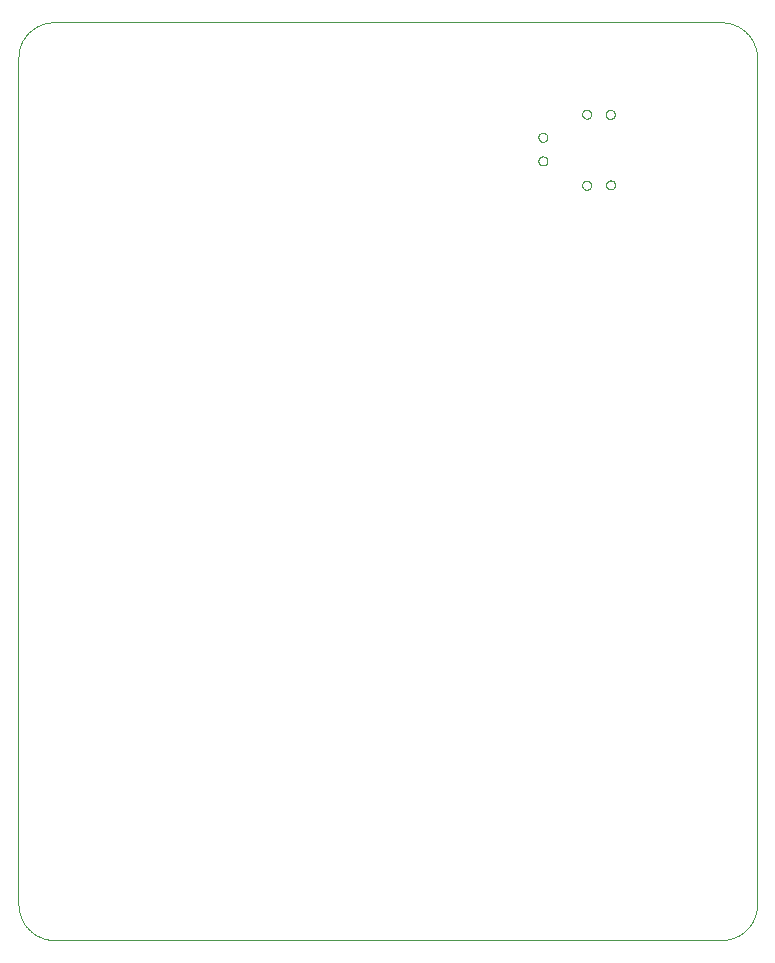
<source format=gbo>
G75*
%MOIN*%
%OFA0B0*%
%FSLAX25Y25*%
%IPPOS*%
%LPD*%
%AMOC8*
5,1,8,0,0,1.08239X$1,22.5*
%
%ADD10C,0.00000*%
D10*
X0082495Y0063233D02*
X0082495Y0345433D01*
X0082498Y0345716D01*
X0082509Y0345998D01*
X0082526Y0346280D01*
X0082550Y0346562D01*
X0082580Y0346843D01*
X0082618Y0347124D01*
X0082662Y0347403D01*
X0082713Y0347681D01*
X0082771Y0347958D01*
X0082835Y0348233D01*
X0082906Y0348507D01*
X0082984Y0348779D01*
X0083068Y0349048D01*
X0083158Y0349316D01*
X0083255Y0349582D01*
X0083359Y0349845D01*
X0083469Y0350106D01*
X0083585Y0350363D01*
X0083707Y0350618D01*
X0083835Y0350870D01*
X0083970Y0351119D01*
X0084110Y0351364D01*
X0084256Y0351606D01*
X0084408Y0351845D01*
X0084566Y0352079D01*
X0084730Y0352310D01*
X0084898Y0352537D01*
X0085073Y0352759D01*
X0085253Y0352978D01*
X0085437Y0353192D01*
X0085627Y0353401D01*
X0085822Y0353606D01*
X0086022Y0353806D01*
X0086227Y0354001D01*
X0086436Y0354191D01*
X0086650Y0354375D01*
X0086869Y0354555D01*
X0087091Y0354730D01*
X0087318Y0354898D01*
X0087549Y0355062D01*
X0087783Y0355220D01*
X0088022Y0355372D01*
X0088264Y0355518D01*
X0088509Y0355658D01*
X0088758Y0355793D01*
X0089010Y0355921D01*
X0089265Y0356043D01*
X0089522Y0356159D01*
X0089783Y0356269D01*
X0090046Y0356373D01*
X0090312Y0356470D01*
X0090580Y0356560D01*
X0090849Y0356644D01*
X0091121Y0356722D01*
X0091395Y0356793D01*
X0091670Y0356857D01*
X0091947Y0356915D01*
X0092225Y0356966D01*
X0092504Y0357010D01*
X0092785Y0357048D01*
X0093066Y0357078D01*
X0093348Y0357102D01*
X0093630Y0357119D01*
X0093912Y0357130D01*
X0094195Y0357133D01*
X0316695Y0357133D01*
X0316985Y0357129D01*
X0317275Y0357119D01*
X0317564Y0357101D01*
X0317853Y0357077D01*
X0318141Y0357046D01*
X0318429Y0357007D01*
X0318715Y0356962D01*
X0319001Y0356909D01*
X0319284Y0356850D01*
X0319567Y0356784D01*
X0319847Y0356712D01*
X0320126Y0356632D01*
X0320403Y0356546D01*
X0320678Y0356453D01*
X0320950Y0356353D01*
X0321220Y0356247D01*
X0321487Y0356135D01*
X0321752Y0356015D01*
X0322013Y0355890D01*
X0322272Y0355758D01*
X0322527Y0355621D01*
X0322779Y0355477D01*
X0323027Y0355327D01*
X0323271Y0355171D01*
X0323512Y0355009D01*
X0323748Y0354841D01*
X0323981Y0354668D01*
X0324209Y0354489D01*
X0324433Y0354305D01*
X0324652Y0354115D01*
X0324867Y0353920D01*
X0325077Y0353720D01*
X0325282Y0353515D01*
X0325482Y0353305D01*
X0325677Y0353090D01*
X0325867Y0352871D01*
X0326051Y0352647D01*
X0326230Y0352419D01*
X0326403Y0352186D01*
X0326571Y0351950D01*
X0326733Y0351709D01*
X0326889Y0351465D01*
X0327039Y0351217D01*
X0327183Y0350965D01*
X0327320Y0350710D01*
X0327452Y0350451D01*
X0327577Y0350190D01*
X0327697Y0349925D01*
X0327809Y0349658D01*
X0327915Y0349388D01*
X0328015Y0349116D01*
X0328108Y0348841D01*
X0328194Y0348564D01*
X0328274Y0348285D01*
X0328346Y0348005D01*
X0328412Y0347722D01*
X0328471Y0347439D01*
X0328524Y0347153D01*
X0328569Y0346867D01*
X0328608Y0346579D01*
X0328639Y0346291D01*
X0328663Y0346002D01*
X0328681Y0345713D01*
X0328691Y0345423D01*
X0328695Y0345133D01*
X0328695Y0063233D01*
X0328691Y0062943D01*
X0328681Y0062653D01*
X0328663Y0062364D01*
X0328639Y0062075D01*
X0328608Y0061787D01*
X0328569Y0061499D01*
X0328524Y0061213D01*
X0328471Y0060927D01*
X0328412Y0060644D01*
X0328346Y0060361D01*
X0328274Y0060081D01*
X0328194Y0059802D01*
X0328108Y0059525D01*
X0328015Y0059250D01*
X0327915Y0058978D01*
X0327809Y0058708D01*
X0327697Y0058441D01*
X0327577Y0058176D01*
X0327452Y0057915D01*
X0327320Y0057656D01*
X0327183Y0057401D01*
X0327039Y0057149D01*
X0326889Y0056901D01*
X0326733Y0056657D01*
X0326571Y0056416D01*
X0326403Y0056180D01*
X0326230Y0055947D01*
X0326051Y0055719D01*
X0325867Y0055495D01*
X0325677Y0055276D01*
X0325482Y0055061D01*
X0325282Y0054851D01*
X0325077Y0054646D01*
X0324867Y0054446D01*
X0324652Y0054251D01*
X0324433Y0054061D01*
X0324209Y0053877D01*
X0323981Y0053698D01*
X0323748Y0053525D01*
X0323512Y0053357D01*
X0323271Y0053195D01*
X0323027Y0053039D01*
X0322779Y0052889D01*
X0322527Y0052745D01*
X0322272Y0052608D01*
X0322013Y0052476D01*
X0321752Y0052351D01*
X0321487Y0052231D01*
X0321220Y0052119D01*
X0320950Y0052013D01*
X0320678Y0051913D01*
X0320403Y0051820D01*
X0320126Y0051734D01*
X0319847Y0051654D01*
X0319567Y0051582D01*
X0319284Y0051516D01*
X0319001Y0051457D01*
X0318715Y0051404D01*
X0318429Y0051359D01*
X0318141Y0051320D01*
X0317853Y0051289D01*
X0317564Y0051265D01*
X0317275Y0051247D01*
X0316985Y0051237D01*
X0316695Y0051233D01*
X0094495Y0051233D01*
X0094205Y0051237D01*
X0093915Y0051247D01*
X0093626Y0051265D01*
X0093337Y0051289D01*
X0093049Y0051320D01*
X0092761Y0051359D01*
X0092475Y0051404D01*
X0092189Y0051457D01*
X0091906Y0051516D01*
X0091623Y0051582D01*
X0091343Y0051654D01*
X0091064Y0051734D01*
X0090787Y0051820D01*
X0090512Y0051913D01*
X0090240Y0052013D01*
X0089970Y0052119D01*
X0089703Y0052231D01*
X0089438Y0052351D01*
X0089177Y0052476D01*
X0088918Y0052608D01*
X0088663Y0052745D01*
X0088411Y0052889D01*
X0088163Y0053039D01*
X0087919Y0053195D01*
X0087678Y0053357D01*
X0087442Y0053525D01*
X0087209Y0053698D01*
X0086981Y0053877D01*
X0086757Y0054061D01*
X0086538Y0054251D01*
X0086323Y0054446D01*
X0086113Y0054646D01*
X0085908Y0054851D01*
X0085708Y0055061D01*
X0085513Y0055276D01*
X0085323Y0055495D01*
X0085139Y0055719D01*
X0084960Y0055947D01*
X0084787Y0056180D01*
X0084619Y0056416D01*
X0084457Y0056657D01*
X0084301Y0056901D01*
X0084151Y0057149D01*
X0084007Y0057401D01*
X0083870Y0057656D01*
X0083738Y0057915D01*
X0083613Y0058176D01*
X0083493Y0058441D01*
X0083381Y0058708D01*
X0083275Y0058978D01*
X0083175Y0059250D01*
X0083082Y0059525D01*
X0082996Y0059802D01*
X0082916Y0060081D01*
X0082844Y0060361D01*
X0082778Y0060644D01*
X0082719Y0060927D01*
X0082666Y0061213D01*
X0082621Y0061499D01*
X0082582Y0061787D01*
X0082551Y0062075D01*
X0082527Y0062364D01*
X0082509Y0062653D01*
X0082499Y0062943D01*
X0082495Y0063233D01*
X0270395Y0302833D02*
X0270397Y0302910D01*
X0270403Y0302987D01*
X0270413Y0303064D01*
X0270427Y0303140D01*
X0270444Y0303215D01*
X0270466Y0303289D01*
X0270491Y0303362D01*
X0270521Y0303434D01*
X0270553Y0303504D01*
X0270590Y0303572D01*
X0270629Y0303638D01*
X0270672Y0303702D01*
X0270719Y0303764D01*
X0270768Y0303823D01*
X0270821Y0303880D01*
X0270876Y0303934D01*
X0270934Y0303985D01*
X0270995Y0304033D01*
X0271058Y0304078D01*
X0271123Y0304119D01*
X0271190Y0304157D01*
X0271259Y0304192D01*
X0271330Y0304222D01*
X0271402Y0304250D01*
X0271476Y0304273D01*
X0271550Y0304293D01*
X0271626Y0304309D01*
X0271702Y0304321D01*
X0271779Y0304329D01*
X0271856Y0304333D01*
X0271934Y0304333D01*
X0272011Y0304329D01*
X0272088Y0304321D01*
X0272164Y0304309D01*
X0272240Y0304293D01*
X0272314Y0304273D01*
X0272388Y0304250D01*
X0272460Y0304222D01*
X0272531Y0304192D01*
X0272600Y0304157D01*
X0272667Y0304119D01*
X0272732Y0304078D01*
X0272795Y0304033D01*
X0272856Y0303985D01*
X0272914Y0303934D01*
X0272969Y0303880D01*
X0273022Y0303823D01*
X0273071Y0303764D01*
X0273118Y0303702D01*
X0273161Y0303638D01*
X0273200Y0303572D01*
X0273237Y0303504D01*
X0273269Y0303434D01*
X0273299Y0303362D01*
X0273324Y0303289D01*
X0273346Y0303215D01*
X0273363Y0303140D01*
X0273377Y0303064D01*
X0273387Y0302987D01*
X0273393Y0302910D01*
X0273395Y0302833D01*
X0273393Y0302756D01*
X0273387Y0302679D01*
X0273377Y0302602D01*
X0273363Y0302526D01*
X0273346Y0302451D01*
X0273324Y0302377D01*
X0273299Y0302304D01*
X0273269Y0302232D01*
X0273237Y0302162D01*
X0273200Y0302094D01*
X0273161Y0302028D01*
X0273118Y0301964D01*
X0273071Y0301902D01*
X0273022Y0301843D01*
X0272969Y0301786D01*
X0272914Y0301732D01*
X0272856Y0301681D01*
X0272795Y0301633D01*
X0272732Y0301588D01*
X0272667Y0301547D01*
X0272600Y0301509D01*
X0272531Y0301474D01*
X0272460Y0301444D01*
X0272388Y0301416D01*
X0272314Y0301393D01*
X0272240Y0301373D01*
X0272164Y0301357D01*
X0272088Y0301345D01*
X0272011Y0301337D01*
X0271934Y0301333D01*
X0271856Y0301333D01*
X0271779Y0301337D01*
X0271702Y0301345D01*
X0271626Y0301357D01*
X0271550Y0301373D01*
X0271476Y0301393D01*
X0271402Y0301416D01*
X0271330Y0301444D01*
X0271259Y0301474D01*
X0271190Y0301509D01*
X0271123Y0301547D01*
X0271058Y0301588D01*
X0270995Y0301633D01*
X0270934Y0301681D01*
X0270876Y0301732D01*
X0270821Y0301786D01*
X0270768Y0301843D01*
X0270719Y0301902D01*
X0270672Y0301964D01*
X0270629Y0302028D01*
X0270590Y0302094D01*
X0270553Y0302162D01*
X0270521Y0302232D01*
X0270491Y0302304D01*
X0270466Y0302377D01*
X0270444Y0302451D01*
X0270427Y0302526D01*
X0270413Y0302602D01*
X0270403Y0302679D01*
X0270397Y0302756D01*
X0270395Y0302833D01*
X0278395Y0302933D02*
X0278397Y0303010D01*
X0278403Y0303087D01*
X0278413Y0303164D01*
X0278427Y0303240D01*
X0278444Y0303315D01*
X0278466Y0303389D01*
X0278491Y0303462D01*
X0278521Y0303534D01*
X0278553Y0303604D01*
X0278590Y0303672D01*
X0278629Y0303738D01*
X0278672Y0303802D01*
X0278719Y0303864D01*
X0278768Y0303923D01*
X0278821Y0303980D01*
X0278876Y0304034D01*
X0278934Y0304085D01*
X0278995Y0304133D01*
X0279058Y0304178D01*
X0279123Y0304219D01*
X0279190Y0304257D01*
X0279259Y0304292D01*
X0279330Y0304322D01*
X0279402Y0304350D01*
X0279476Y0304373D01*
X0279550Y0304393D01*
X0279626Y0304409D01*
X0279702Y0304421D01*
X0279779Y0304429D01*
X0279856Y0304433D01*
X0279934Y0304433D01*
X0280011Y0304429D01*
X0280088Y0304421D01*
X0280164Y0304409D01*
X0280240Y0304393D01*
X0280314Y0304373D01*
X0280388Y0304350D01*
X0280460Y0304322D01*
X0280531Y0304292D01*
X0280600Y0304257D01*
X0280667Y0304219D01*
X0280732Y0304178D01*
X0280795Y0304133D01*
X0280856Y0304085D01*
X0280914Y0304034D01*
X0280969Y0303980D01*
X0281022Y0303923D01*
X0281071Y0303864D01*
X0281118Y0303802D01*
X0281161Y0303738D01*
X0281200Y0303672D01*
X0281237Y0303604D01*
X0281269Y0303534D01*
X0281299Y0303462D01*
X0281324Y0303389D01*
X0281346Y0303315D01*
X0281363Y0303240D01*
X0281377Y0303164D01*
X0281387Y0303087D01*
X0281393Y0303010D01*
X0281395Y0302933D01*
X0281393Y0302856D01*
X0281387Y0302779D01*
X0281377Y0302702D01*
X0281363Y0302626D01*
X0281346Y0302551D01*
X0281324Y0302477D01*
X0281299Y0302404D01*
X0281269Y0302332D01*
X0281237Y0302262D01*
X0281200Y0302194D01*
X0281161Y0302128D01*
X0281118Y0302064D01*
X0281071Y0302002D01*
X0281022Y0301943D01*
X0280969Y0301886D01*
X0280914Y0301832D01*
X0280856Y0301781D01*
X0280795Y0301733D01*
X0280732Y0301688D01*
X0280667Y0301647D01*
X0280600Y0301609D01*
X0280531Y0301574D01*
X0280460Y0301544D01*
X0280388Y0301516D01*
X0280314Y0301493D01*
X0280240Y0301473D01*
X0280164Y0301457D01*
X0280088Y0301445D01*
X0280011Y0301437D01*
X0279934Y0301433D01*
X0279856Y0301433D01*
X0279779Y0301437D01*
X0279702Y0301445D01*
X0279626Y0301457D01*
X0279550Y0301473D01*
X0279476Y0301493D01*
X0279402Y0301516D01*
X0279330Y0301544D01*
X0279259Y0301574D01*
X0279190Y0301609D01*
X0279123Y0301647D01*
X0279058Y0301688D01*
X0278995Y0301733D01*
X0278934Y0301781D01*
X0278876Y0301832D01*
X0278821Y0301886D01*
X0278768Y0301943D01*
X0278719Y0302002D01*
X0278672Y0302064D01*
X0278629Y0302128D01*
X0278590Y0302194D01*
X0278553Y0302262D01*
X0278521Y0302332D01*
X0278491Y0302404D01*
X0278466Y0302477D01*
X0278444Y0302551D01*
X0278427Y0302626D01*
X0278413Y0302702D01*
X0278403Y0302779D01*
X0278397Y0302856D01*
X0278395Y0302933D01*
X0255795Y0310933D02*
X0255797Y0311010D01*
X0255803Y0311087D01*
X0255813Y0311164D01*
X0255827Y0311240D01*
X0255844Y0311315D01*
X0255866Y0311389D01*
X0255891Y0311462D01*
X0255921Y0311534D01*
X0255953Y0311604D01*
X0255990Y0311672D01*
X0256029Y0311738D01*
X0256072Y0311802D01*
X0256119Y0311864D01*
X0256168Y0311923D01*
X0256221Y0311980D01*
X0256276Y0312034D01*
X0256334Y0312085D01*
X0256395Y0312133D01*
X0256458Y0312178D01*
X0256523Y0312219D01*
X0256590Y0312257D01*
X0256659Y0312292D01*
X0256730Y0312322D01*
X0256802Y0312350D01*
X0256876Y0312373D01*
X0256950Y0312393D01*
X0257026Y0312409D01*
X0257102Y0312421D01*
X0257179Y0312429D01*
X0257256Y0312433D01*
X0257334Y0312433D01*
X0257411Y0312429D01*
X0257488Y0312421D01*
X0257564Y0312409D01*
X0257640Y0312393D01*
X0257714Y0312373D01*
X0257788Y0312350D01*
X0257860Y0312322D01*
X0257931Y0312292D01*
X0258000Y0312257D01*
X0258067Y0312219D01*
X0258132Y0312178D01*
X0258195Y0312133D01*
X0258256Y0312085D01*
X0258314Y0312034D01*
X0258369Y0311980D01*
X0258422Y0311923D01*
X0258471Y0311864D01*
X0258518Y0311802D01*
X0258561Y0311738D01*
X0258600Y0311672D01*
X0258637Y0311604D01*
X0258669Y0311534D01*
X0258699Y0311462D01*
X0258724Y0311389D01*
X0258746Y0311315D01*
X0258763Y0311240D01*
X0258777Y0311164D01*
X0258787Y0311087D01*
X0258793Y0311010D01*
X0258795Y0310933D01*
X0258793Y0310856D01*
X0258787Y0310779D01*
X0258777Y0310702D01*
X0258763Y0310626D01*
X0258746Y0310551D01*
X0258724Y0310477D01*
X0258699Y0310404D01*
X0258669Y0310332D01*
X0258637Y0310262D01*
X0258600Y0310194D01*
X0258561Y0310128D01*
X0258518Y0310064D01*
X0258471Y0310002D01*
X0258422Y0309943D01*
X0258369Y0309886D01*
X0258314Y0309832D01*
X0258256Y0309781D01*
X0258195Y0309733D01*
X0258132Y0309688D01*
X0258067Y0309647D01*
X0258000Y0309609D01*
X0257931Y0309574D01*
X0257860Y0309544D01*
X0257788Y0309516D01*
X0257714Y0309493D01*
X0257640Y0309473D01*
X0257564Y0309457D01*
X0257488Y0309445D01*
X0257411Y0309437D01*
X0257334Y0309433D01*
X0257256Y0309433D01*
X0257179Y0309437D01*
X0257102Y0309445D01*
X0257026Y0309457D01*
X0256950Y0309473D01*
X0256876Y0309493D01*
X0256802Y0309516D01*
X0256730Y0309544D01*
X0256659Y0309574D01*
X0256590Y0309609D01*
X0256523Y0309647D01*
X0256458Y0309688D01*
X0256395Y0309733D01*
X0256334Y0309781D01*
X0256276Y0309832D01*
X0256221Y0309886D01*
X0256168Y0309943D01*
X0256119Y0310002D01*
X0256072Y0310064D01*
X0256029Y0310128D01*
X0255990Y0310194D01*
X0255953Y0310262D01*
X0255921Y0310332D01*
X0255891Y0310404D01*
X0255866Y0310477D01*
X0255844Y0310551D01*
X0255827Y0310626D01*
X0255813Y0310702D01*
X0255803Y0310779D01*
X0255797Y0310856D01*
X0255795Y0310933D01*
X0255795Y0318833D02*
X0255797Y0318910D01*
X0255803Y0318987D01*
X0255813Y0319064D01*
X0255827Y0319140D01*
X0255844Y0319215D01*
X0255866Y0319289D01*
X0255891Y0319362D01*
X0255921Y0319434D01*
X0255953Y0319504D01*
X0255990Y0319572D01*
X0256029Y0319638D01*
X0256072Y0319702D01*
X0256119Y0319764D01*
X0256168Y0319823D01*
X0256221Y0319880D01*
X0256276Y0319934D01*
X0256334Y0319985D01*
X0256395Y0320033D01*
X0256458Y0320078D01*
X0256523Y0320119D01*
X0256590Y0320157D01*
X0256659Y0320192D01*
X0256730Y0320222D01*
X0256802Y0320250D01*
X0256876Y0320273D01*
X0256950Y0320293D01*
X0257026Y0320309D01*
X0257102Y0320321D01*
X0257179Y0320329D01*
X0257256Y0320333D01*
X0257334Y0320333D01*
X0257411Y0320329D01*
X0257488Y0320321D01*
X0257564Y0320309D01*
X0257640Y0320293D01*
X0257714Y0320273D01*
X0257788Y0320250D01*
X0257860Y0320222D01*
X0257931Y0320192D01*
X0258000Y0320157D01*
X0258067Y0320119D01*
X0258132Y0320078D01*
X0258195Y0320033D01*
X0258256Y0319985D01*
X0258314Y0319934D01*
X0258369Y0319880D01*
X0258422Y0319823D01*
X0258471Y0319764D01*
X0258518Y0319702D01*
X0258561Y0319638D01*
X0258600Y0319572D01*
X0258637Y0319504D01*
X0258669Y0319434D01*
X0258699Y0319362D01*
X0258724Y0319289D01*
X0258746Y0319215D01*
X0258763Y0319140D01*
X0258777Y0319064D01*
X0258787Y0318987D01*
X0258793Y0318910D01*
X0258795Y0318833D01*
X0258793Y0318756D01*
X0258787Y0318679D01*
X0258777Y0318602D01*
X0258763Y0318526D01*
X0258746Y0318451D01*
X0258724Y0318377D01*
X0258699Y0318304D01*
X0258669Y0318232D01*
X0258637Y0318162D01*
X0258600Y0318094D01*
X0258561Y0318028D01*
X0258518Y0317964D01*
X0258471Y0317902D01*
X0258422Y0317843D01*
X0258369Y0317786D01*
X0258314Y0317732D01*
X0258256Y0317681D01*
X0258195Y0317633D01*
X0258132Y0317588D01*
X0258067Y0317547D01*
X0258000Y0317509D01*
X0257931Y0317474D01*
X0257860Y0317444D01*
X0257788Y0317416D01*
X0257714Y0317393D01*
X0257640Y0317373D01*
X0257564Y0317357D01*
X0257488Y0317345D01*
X0257411Y0317337D01*
X0257334Y0317333D01*
X0257256Y0317333D01*
X0257179Y0317337D01*
X0257102Y0317345D01*
X0257026Y0317357D01*
X0256950Y0317373D01*
X0256876Y0317393D01*
X0256802Y0317416D01*
X0256730Y0317444D01*
X0256659Y0317474D01*
X0256590Y0317509D01*
X0256523Y0317547D01*
X0256458Y0317588D01*
X0256395Y0317633D01*
X0256334Y0317681D01*
X0256276Y0317732D01*
X0256221Y0317786D01*
X0256168Y0317843D01*
X0256119Y0317902D01*
X0256072Y0317964D01*
X0256029Y0318028D01*
X0255990Y0318094D01*
X0255953Y0318162D01*
X0255921Y0318232D01*
X0255891Y0318304D01*
X0255866Y0318377D01*
X0255844Y0318451D01*
X0255827Y0318526D01*
X0255813Y0318602D01*
X0255803Y0318679D01*
X0255797Y0318756D01*
X0255795Y0318833D01*
X0270395Y0326533D02*
X0270397Y0326610D01*
X0270403Y0326687D01*
X0270413Y0326764D01*
X0270427Y0326840D01*
X0270444Y0326915D01*
X0270466Y0326989D01*
X0270491Y0327062D01*
X0270521Y0327134D01*
X0270553Y0327204D01*
X0270590Y0327272D01*
X0270629Y0327338D01*
X0270672Y0327402D01*
X0270719Y0327464D01*
X0270768Y0327523D01*
X0270821Y0327580D01*
X0270876Y0327634D01*
X0270934Y0327685D01*
X0270995Y0327733D01*
X0271058Y0327778D01*
X0271123Y0327819D01*
X0271190Y0327857D01*
X0271259Y0327892D01*
X0271330Y0327922D01*
X0271402Y0327950D01*
X0271476Y0327973D01*
X0271550Y0327993D01*
X0271626Y0328009D01*
X0271702Y0328021D01*
X0271779Y0328029D01*
X0271856Y0328033D01*
X0271934Y0328033D01*
X0272011Y0328029D01*
X0272088Y0328021D01*
X0272164Y0328009D01*
X0272240Y0327993D01*
X0272314Y0327973D01*
X0272388Y0327950D01*
X0272460Y0327922D01*
X0272531Y0327892D01*
X0272600Y0327857D01*
X0272667Y0327819D01*
X0272732Y0327778D01*
X0272795Y0327733D01*
X0272856Y0327685D01*
X0272914Y0327634D01*
X0272969Y0327580D01*
X0273022Y0327523D01*
X0273071Y0327464D01*
X0273118Y0327402D01*
X0273161Y0327338D01*
X0273200Y0327272D01*
X0273237Y0327204D01*
X0273269Y0327134D01*
X0273299Y0327062D01*
X0273324Y0326989D01*
X0273346Y0326915D01*
X0273363Y0326840D01*
X0273377Y0326764D01*
X0273387Y0326687D01*
X0273393Y0326610D01*
X0273395Y0326533D01*
X0273393Y0326456D01*
X0273387Y0326379D01*
X0273377Y0326302D01*
X0273363Y0326226D01*
X0273346Y0326151D01*
X0273324Y0326077D01*
X0273299Y0326004D01*
X0273269Y0325932D01*
X0273237Y0325862D01*
X0273200Y0325794D01*
X0273161Y0325728D01*
X0273118Y0325664D01*
X0273071Y0325602D01*
X0273022Y0325543D01*
X0272969Y0325486D01*
X0272914Y0325432D01*
X0272856Y0325381D01*
X0272795Y0325333D01*
X0272732Y0325288D01*
X0272667Y0325247D01*
X0272600Y0325209D01*
X0272531Y0325174D01*
X0272460Y0325144D01*
X0272388Y0325116D01*
X0272314Y0325093D01*
X0272240Y0325073D01*
X0272164Y0325057D01*
X0272088Y0325045D01*
X0272011Y0325037D01*
X0271934Y0325033D01*
X0271856Y0325033D01*
X0271779Y0325037D01*
X0271702Y0325045D01*
X0271626Y0325057D01*
X0271550Y0325073D01*
X0271476Y0325093D01*
X0271402Y0325116D01*
X0271330Y0325144D01*
X0271259Y0325174D01*
X0271190Y0325209D01*
X0271123Y0325247D01*
X0271058Y0325288D01*
X0270995Y0325333D01*
X0270934Y0325381D01*
X0270876Y0325432D01*
X0270821Y0325486D01*
X0270768Y0325543D01*
X0270719Y0325602D01*
X0270672Y0325664D01*
X0270629Y0325728D01*
X0270590Y0325794D01*
X0270553Y0325862D01*
X0270521Y0325932D01*
X0270491Y0326004D01*
X0270466Y0326077D01*
X0270444Y0326151D01*
X0270427Y0326226D01*
X0270413Y0326302D01*
X0270403Y0326379D01*
X0270397Y0326456D01*
X0270395Y0326533D01*
X0278295Y0326433D02*
X0278297Y0326510D01*
X0278303Y0326587D01*
X0278313Y0326664D01*
X0278327Y0326740D01*
X0278344Y0326815D01*
X0278366Y0326889D01*
X0278391Y0326962D01*
X0278421Y0327034D01*
X0278453Y0327104D01*
X0278490Y0327172D01*
X0278529Y0327238D01*
X0278572Y0327302D01*
X0278619Y0327364D01*
X0278668Y0327423D01*
X0278721Y0327480D01*
X0278776Y0327534D01*
X0278834Y0327585D01*
X0278895Y0327633D01*
X0278958Y0327678D01*
X0279023Y0327719D01*
X0279090Y0327757D01*
X0279159Y0327792D01*
X0279230Y0327822D01*
X0279302Y0327850D01*
X0279376Y0327873D01*
X0279450Y0327893D01*
X0279526Y0327909D01*
X0279602Y0327921D01*
X0279679Y0327929D01*
X0279756Y0327933D01*
X0279834Y0327933D01*
X0279911Y0327929D01*
X0279988Y0327921D01*
X0280064Y0327909D01*
X0280140Y0327893D01*
X0280214Y0327873D01*
X0280288Y0327850D01*
X0280360Y0327822D01*
X0280431Y0327792D01*
X0280500Y0327757D01*
X0280567Y0327719D01*
X0280632Y0327678D01*
X0280695Y0327633D01*
X0280756Y0327585D01*
X0280814Y0327534D01*
X0280869Y0327480D01*
X0280922Y0327423D01*
X0280971Y0327364D01*
X0281018Y0327302D01*
X0281061Y0327238D01*
X0281100Y0327172D01*
X0281137Y0327104D01*
X0281169Y0327034D01*
X0281199Y0326962D01*
X0281224Y0326889D01*
X0281246Y0326815D01*
X0281263Y0326740D01*
X0281277Y0326664D01*
X0281287Y0326587D01*
X0281293Y0326510D01*
X0281295Y0326433D01*
X0281293Y0326356D01*
X0281287Y0326279D01*
X0281277Y0326202D01*
X0281263Y0326126D01*
X0281246Y0326051D01*
X0281224Y0325977D01*
X0281199Y0325904D01*
X0281169Y0325832D01*
X0281137Y0325762D01*
X0281100Y0325694D01*
X0281061Y0325628D01*
X0281018Y0325564D01*
X0280971Y0325502D01*
X0280922Y0325443D01*
X0280869Y0325386D01*
X0280814Y0325332D01*
X0280756Y0325281D01*
X0280695Y0325233D01*
X0280632Y0325188D01*
X0280567Y0325147D01*
X0280500Y0325109D01*
X0280431Y0325074D01*
X0280360Y0325044D01*
X0280288Y0325016D01*
X0280214Y0324993D01*
X0280140Y0324973D01*
X0280064Y0324957D01*
X0279988Y0324945D01*
X0279911Y0324937D01*
X0279834Y0324933D01*
X0279756Y0324933D01*
X0279679Y0324937D01*
X0279602Y0324945D01*
X0279526Y0324957D01*
X0279450Y0324973D01*
X0279376Y0324993D01*
X0279302Y0325016D01*
X0279230Y0325044D01*
X0279159Y0325074D01*
X0279090Y0325109D01*
X0279023Y0325147D01*
X0278958Y0325188D01*
X0278895Y0325233D01*
X0278834Y0325281D01*
X0278776Y0325332D01*
X0278721Y0325386D01*
X0278668Y0325443D01*
X0278619Y0325502D01*
X0278572Y0325564D01*
X0278529Y0325628D01*
X0278490Y0325694D01*
X0278453Y0325762D01*
X0278421Y0325832D01*
X0278391Y0325904D01*
X0278366Y0325977D01*
X0278344Y0326051D01*
X0278327Y0326126D01*
X0278313Y0326202D01*
X0278303Y0326279D01*
X0278297Y0326356D01*
X0278295Y0326433D01*
M02*

</source>
